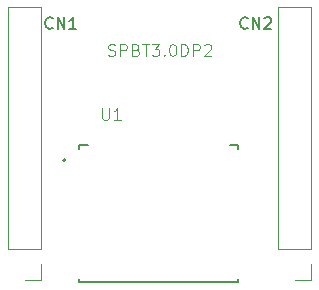
<source format=gbr>
G04 #@! TF.FileFunction,Legend,Top*
%FSLAX46Y46*%
G04 Gerber Fmt 4.6, Leading zero omitted, Abs format (unit mm)*
G04 Created by KiCad (PCBNEW 4.0.6) date Sun Jun 17 22:16:41 2018*
%MOMM*%
%LPD*%
G01*
G04 APERTURE LIST*
%ADD10C,0.100000*%
%ADD11C,0.120000*%
%ADD12C,0.127000*%
%ADD13C,0.200000*%
%ADD14C,0.150000*%
%ADD15C,0.050000*%
G04 APERTURE END LIST*
D10*
D11*
X138550000Y-107950000D02*
X138550000Y-87510000D01*
X138550000Y-87510000D02*
X135770000Y-87510000D01*
X135770000Y-87510000D02*
X135770000Y-107950000D01*
X135770000Y-107950000D02*
X138550000Y-107950000D01*
X138550000Y-109220000D02*
X138550000Y-110610000D01*
X138550000Y-110610000D02*
X137160000Y-110610000D01*
X161410000Y-107950000D02*
X161410000Y-87510000D01*
X161410000Y-87510000D02*
X158630000Y-87510000D01*
X158630000Y-87510000D02*
X158630000Y-107950000D01*
X158630000Y-107950000D02*
X161410000Y-107950000D01*
X161410000Y-109220000D02*
X161410000Y-110610000D01*
X161410000Y-110610000D02*
X160020000Y-110610000D01*
D12*
X155251100Y-110503600D02*
X155251100Y-110803600D01*
X155251100Y-110803600D02*
X141751100Y-110803600D01*
X141751100Y-110803600D02*
X141751100Y-110503600D01*
X142551100Y-99203600D02*
X141751100Y-99203600D01*
X141751100Y-99203600D02*
X141751100Y-99553600D01*
X155251100Y-99503600D02*
X155251100Y-99203600D01*
X155251100Y-99203600D02*
X154551100Y-99203600D01*
D13*
X140601100Y-100453600D02*
G75*
G03X140601100Y-100453600I-100000J0D01*
G01*
D14*
X139517524Y-89257143D02*
X139469905Y-89304762D01*
X139327048Y-89352381D01*
X139231810Y-89352381D01*
X139088952Y-89304762D01*
X138993714Y-89209524D01*
X138946095Y-89114286D01*
X138898476Y-88923810D01*
X138898476Y-88780952D01*
X138946095Y-88590476D01*
X138993714Y-88495238D01*
X139088952Y-88400000D01*
X139231810Y-88352381D01*
X139327048Y-88352381D01*
X139469905Y-88400000D01*
X139517524Y-88447619D01*
X139946095Y-89352381D02*
X139946095Y-88352381D01*
X140517524Y-89352381D01*
X140517524Y-88352381D01*
X141517524Y-89352381D02*
X140946095Y-89352381D01*
X141231809Y-89352381D02*
X141231809Y-88352381D01*
X141136571Y-88495238D01*
X141041333Y-88590476D01*
X140946095Y-88638095D01*
X156027524Y-89257143D02*
X155979905Y-89304762D01*
X155837048Y-89352381D01*
X155741810Y-89352381D01*
X155598952Y-89304762D01*
X155503714Y-89209524D01*
X155456095Y-89114286D01*
X155408476Y-88923810D01*
X155408476Y-88780952D01*
X155456095Y-88590476D01*
X155503714Y-88495238D01*
X155598952Y-88400000D01*
X155741810Y-88352381D01*
X155837048Y-88352381D01*
X155979905Y-88400000D01*
X156027524Y-88447619D01*
X156456095Y-89352381D02*
X156456095Y-88352381D01*
X157027524Y-89352381D01*
X157027524Y-88352381D01*
X157456095Y-88447619D02*
X157503714Y-88400000D01*
X157598952Y-88352381D01*
X157837048Y-88352381D01*
X157932286Y-88400000D01*
X157979905Y-88447619D01*
X158027524Y-88542857D01*
X158027524Y-88638095D01*
X157979905Y-88780952D01*
X157408476Y-89352381D01*
X158027524Y-89352381D01*
D15*
X143719519Y-96052869D02*
X143719519Y-96864036D01*
X143767234Y-96959468D01*
X143814950Y-97007184D01*
X143910381Y-97054899D01*
X144101244Y-97054899D01*
X144196676Y-97007184D01*
X144244391Y-96959468D01*
X144292107Y-96864036D01*
X144292107Y-96052869D01*
X145294137Y-97054899D02*
X144721549Y-97054899D01*
X145007843Y-97054899D02*
X145007843Y-96052869D01*
X144912412Y-96196016D01*
X144816980Y-96291448D01*
X144721549Y-96339164D01*
X144239896Y-91592328D02*
X144383306Y-91640132D01*
X144622323Y-91640132D01*
X144717930Y-91592328D01*
X144765733Y-91544525D01*
X144813536Y-91448918D01*
X144813536Y-91353312D01*
X144765733Y-91257705D01*
X144717930Y-91209902D01*
X144622323Y-91162098D01*
X144431110Y-91114295D01*
X144335503Y-91066492D01*
X144287700Y-91018688D01*
X144239896Y-90923082D01*
X144239896Y-90827475D01*
X144287700Y-90731868D01*
X144335503Y-90684065D01*
X144431110Y-90636262D01*
X144670126Y-90636262D01*
X144813536Y-90684065D01*
X145243767Y-91640132D02*
X145243767Y-90636262D01*
X145626193Y-90636262D01*
X145721800Y-90684065D01*
X145769603Y-90731868D01*
X145817407Y-90827475D01*
X145817407Y-90970885D01*
X145769603Y-91066492D01*
X145721800Y-91114295D01*
X145626193Y-91162098D01*
X145243767Y-91162098D01*
X146582260Y-91114295D02*
X146725670Y-91162098D01*
X146773473Y-91209902D01*
X146821277Y-91305508D01*
X146821277Y-91448918D01*
X146773473Y-91544525D01*
X146725670Y-91592328D01*
X146630063Y-91640132D01*
X146247637Y-91640132D01*
X146247637Y-90636262D01*
X146582260Y-90636262D01*
X146677867Y-90684065D01*
X146725670Y-90731868D01*
X146773473Y-90827475D01*
X146773473Y-90923082D01*
X146725670Y-91018688D01*
X146677867Y-91066492D01*
X146582260Y-91114295D01*
X146247637Y-91114295D01*
X147108097Y-90636262D02*
X147681737Y-90636262D01*
X147394917Y-91640132D02*
X147394917Y-90636262D01*
X147920753Y-90636262D02*
X148542196Y-90636262D01*
X148207573Y-91018688D01*
X148350983Y-91018688D01*
X148446590Y-91066492D01*
X148494393Y-91114295D01*
X148542196Y-91209902D01*
X148542196Y-91448918D01*
X148494393Y-91544525D01*
X148446590Y-91592328D01*
X148350983Y-91640132D01*
X148064163Y-91640132D01*
X147968556Y-91592328D01*
X147920753Y-91544525D01*
X148972427Y-91544525D02*
X149020230Y-91592328D01*
X148972427Y-91640132D01*
X148924623Y-91592328D01*
X148972427Y-91544525D01*
X148972427Y-91640132D01*
X149641673Y-90636262D02*
X149737280Y-90636262D01*
X149832886Y-90684065D01*
X149880690Y-90731868D01*
X149928493Y-90827475D01*
X149976296Y-91018688D01*
X149976296Y-91257705D01*
X149928493Y-91448918D01*
X149880690Y-91544525D01*
X149832886Y-91592328D01*
X149737280Y-91640132D01*
X149641673Y-91640132D01*
X149546066Y-91592328D01*
X149498263Y-91544525D01*
X149450460Y-91448918D01*
X149402656Y-91257705D01*
X149402656Y-91018688D01*
X149450460Y-90827475D01*
X149498263Y-90731868D01*
X149546066Y-90684065D01*
X149641673Y-90636262D01*
X150406527Y-91640132D02*
X150406527Y-90636262D01*
X150645543Y-90636262D01*
X150788953Y-90684065D01*
X150884560Y-90779672D01*
X150932363Y-90875278D01*
X150980167Y-91066492D01*
X150980167Y-91209902D01*
X150932363Y-91401115D01*
X150884560Y-91496722D01*
X150788953Y-91592328D01*
X150645543Y-91640132D01*
X150406527Y-91640132D01*
X151410397Y-91640132D02*
X151410397Y-90636262D01*
X151792823Y-90636262D01*
X151888430Y-90684065D01*
X151936233Y-90731868D01*
X151984037Y-90827475D01*
X151984037Y-90970885D01*
X151936233Y-91066492D01*
X151888430Y-91114295D01*
X151792823Y-91162098D01*
X151410397Y-91162098D01*
X152366463Y-90731868D02*
X152414267Y-90684065D01*
X152509873Y-90636262D01*
X152748890Y-90636262D01*
X152844497Y-90684065D01*
X152892300Y-90731868D01*
X152940103Y-90827475D01*
X152940103Y-90923082D01*
X152892300Y-91066492D01*
X152318660Y-91640132D01*
X152940103Y-91640132D01*
M02*

</source>
